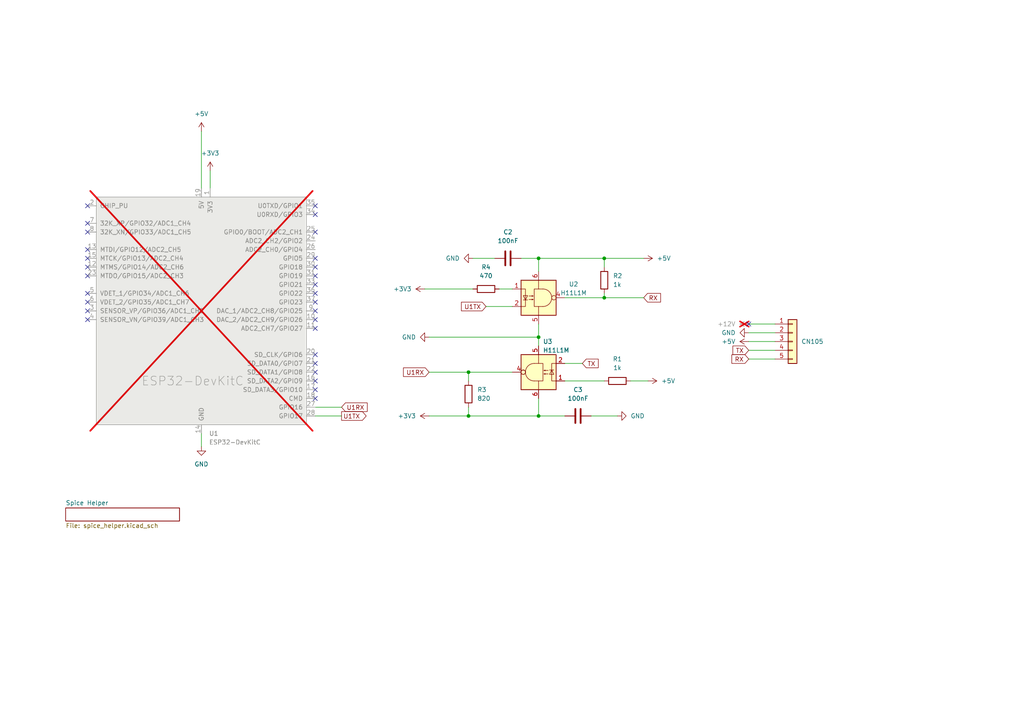
<source format=kicad_sch>
(kicad_sch (version 20230121) (generator eeschema)
  (paper "A4")
  (title_block (title "MEL CN105 Adapter") (date "24.12.2023"))
  (lib_symbols
    (symbol "Connector_Generic:Conn_01x05" (pin_names (offset 1.016) hide)
      (property "Reference" "J" (at 0 7.62 0))
      (property "Value" "Conn_01x05" (at 0 -7.62 0))
      (symbol "Conn_01x05_1_1"
        (rectangle (start -1.27 -4.953) (end 0 -5.207) (stroke (width 0.1524)))
        (rectangle (start -1.27 -2.413) (end 0 -2.667) (stroke (width 0.1524)))
        (rectangle (start -1.27 0.127) (end 0 -0.127) (stroke (width 0.1524)))
        (rectangle (start -1.27 2.667) (end 0 2.413) (stroke (width 0.1524)))
        (rectangle (start -1.27 5.207) (end 0 4.953) (stroke (width 0.1524)))
        (rectangle (start -1.27 6.35) (end 1.27 -6.35) (stroke (width 0.254)) (fill (type background)))
        (pin passive line (at -5.08 5.08 0) (length 3.81) (name "Pin_1") (number "1"))
        (pin passive line (at -5.08 2.54 0) (length 3.81) (name "Pin_2") (number "2"))
        (pin passive line (at -5.08 0 0) (length 3.81) (name "Pin_3") (number "3"))
        (pin passive line (at -5.08 -2.54 0) (length 3.81) (name "Pin_4") (number "4"))
        (pin passive line (at -5.08 -5.08 0) (length 3.81) (name "Pin_5") (number "5"))
      )
    )
    (symbol "Device:C" (pin_numbers hide) (pin_names (offset 0.254))
      (property "Reference" "C" (at 0.635 2.54 0))
      (property "Value" "C" (at 0.635 -2.54 0))
      (symbol "C_0_1"
        (polyline (pts (xy -2.032 -0.762) (xy 2.032 -0.762)) (stroke (width 0.508)))
        (polyline (pts (xy -2.032 0.762) (xy 2.032 0.762)) (stroke (width 0.508)))
      )
      (symbol "C_1_1"
        (pin passive line (at 0 3.81 270) (length 2.794) (name "~") (number "1"))
        (pin passive line (at 0 -3.81 90) (length 2.794) (name "~") (number "2"))
      )
    )
    (symbol "Device:R" (pin_numbers hide) (pin_names (offset 0))
      (property "Reference" "R" (at 2.032 0 90))
      (property "Value" "R" (at 0 0 90))
      (symbol "R_0_1"
        (rectangle (start -1.016 -2.54) (end 1.016 2.54) (stroke (width 0.254)))
      )
      (symbol "R_1_1"
        (pin passive line (at 0 3.81 270) (length 1.27) (name "~") (number "1"))
        (pin passive line (at 0 -3.81 90) (length 1.27) (name "~") (number "2"))
      )
    )
    (symbol "Isolator:H11L1" (pin_names (offset 1.016))
      (property "Reference" "U" (at 1.27 8.89 0))
      (property "Value" "H11L1" (at 1.27 6.35 0))
      (symbol "H11L1_0_1"
        (rectangle (start -5.08 5.08) (end 5.08 -5.08) (stroke (width 0.254)) (fill (type background)))
        (polyline (pts (xy -4.445 -0.635) (xy -3.175 -0.635)))
        (polyline (pts (xy 0 2.54) (xy 0 5.08)))
        (polyline (pts (xy 0 -2.54) (xy 0 -5.08) (xy 0 -3.81)))
        (polyline (pts (xy -5.08 -2.54) (xy -3.81 -2.54) (xy -3.81 2.54) (xy -5.08 2.54)))
        (polyline (pts (xy -3.81 -0.635) (xy -4.445 0.635) (xy -3.175 0.635) (xy -3.81 -0.635)))
        (polyline (pts (xy 1.27 -2.54) (xy -1.27 -2.54) (xy -1.27 2.54) (xy 1.27 2.54)))
        (polyline (pts (xy -2.794 -0.508) (xy -1.524 -0.508) (xy -1.905 -0.635) (xy -1.905 -0.381) (xy -1.524 -0.508)))
        (polyline (pts (xy -2.794 0.508) (xy -1.524 0.508) (xy -1.905 0.381) (xy -1.905 0.635) (xy -1.524 0.508)))
        (arc (start 1.27 -2.54) (mid 3.799 0) (end 1.27 2.54))
      )
      (symbol "H11L1_1_1"
        (pin passive line (at -7.62 2.54 0) (length 2.54) (name "~") (number "1"))
        (pin passive line (at -7.62 -2.54 0) (length 2.54) (name "~") (number "2"))
        (pin no_connect line (at -5.08 0 0) (length 2.54) hide (name "~") (number "3"))
        (pin output inverted (at 7.62 0 180) (length 3.81) (name "~") (number "4"))
        (pin power_in line (at 0 -7.62 90) (length 2.54) (name "~") (number "5"))
        (pin power_in line (at 0 7.62 270) (length 2.54) (name "~") (number "6"))
      )
    )
    (symbol "PCM_Espressif:ESP32-DevKitC" (pin_names (offset 1.016))
      (property "Reference" "U" (at -30.48 38.1 0))
      (property "Value" "ESP32-DevKitC" (at -30.48 35.56 0))
      (symbol "ESP32-DevKitC_0_0"
        (text "ESP32-DevKitC" (at -2.54 -20.32 0) (effects (font (size 2.54 2.54))))
        (pin power_in line (at 0 -35.56 90) (length 2.54) (name "GND") (number "14"))
        (pin power_in line (at 0 35.56 270) (length 2.54) (name "5V") (number "19"))
      )
      (symbol "ESP32-DevKitC_0_1"
        (rectangle (start -30.48 33.02) (end 30.48 -33.02) (fill (type background)))
      )
      (symbol "ESP32-DevKitC_1_1"
        (pin power_in line (at 2.54 35.56 270) (length 2.54) (name "3V3") (number "1"))
        (pin bidirectional line (at 33.02 -2.54 180) (length 2.54) (name "DAC_2/ADC2_CH9/GPIO26") (number "10"))
        (pin bidirectional line (at 33.02 -5.08 180) (length 2.54) (name "ADC2_CH7/GPIO27") (number "11"))
        (pin bidirectional line (at -33.02 12.7 0) (length 2.54) (name "MTMS/GPIO14/ADC2_CH6") (number "12"))
        (pin bidirectional line (at -33.02 17.78 0) (length 2.54) (name "MTDI/GPIO12/ADC2_CH5") (number "13"))
        (pin bidirectional line (at -33.02 15.24 0) (length 2.54) (name "MTCK/GPIO13/ADC2_CH4") (number "15"))
        (pin bidirectional line (at 33.02 -20.32 180) (length 2.54) (name "SD_DATA2/GPIO9") (number "16"))
        (pin bidirectional line (at 33.02 -22.86 180) (length 2.54) (name "SD_DATA3/GPIO10") (number "17"))
        (pin bidirectional line (at 33.02 -25.4 180) (length 2.54) (name "CMD") (number "18"))
        (pin input line (at -33.02 30.48 0) (length 2.54) (name "CHIP_PU") (number "2"))
        (pin bidirectional line (at 33.02 -12.7 180) (length 2.54) (name "SD_CLK/GPIO6") (number "20"))
        (pin bidirectional line (at 33.02 -15.24 180) (length 2.54) (name "SD_DATA0/GPIO7") (number "21"))
        (pin bidirectional line (at 33.02 -17.78 180) (length 2.54) (name "SD_DATA1/GPIO8") (number "22"))
        (pin bidirectional line (at -33.02 10.16 0) (length 2.54) (name "MTDO/GPIO15/ADC2_CH3") (number "23"))
        (pin bidirectional line (at 33.02 20.32 180) (length 2.54) (name "ADC2_CH2/GPIO2") (number "24"))
        (pin bidirectional line (at 33.02 22.86 180) (length 2.54) (name "GPIO0/BOOT/ADC2_CH1") (number "25"))
        (pin bidirectional line (at 33.02 17.78 180) (length 2.54) (name "ADC2_CH0/GPIO4") (number "26"))
        (pin bidirectional line (at 33.02 -27.94 180) (length 2.54) (name "GPIO16") (number "27"))
        (pin bidirectional line (at 33.02 -30.48 180) (length 2.54) (name "GPIO17") (number "28"))
        (pin bidirectional line (at 33.02 15.24 180) (length 2.54) (name "GPIO5") (number "29"))
        (pin input line (at -33.02 0 0) (length 2.54) (name "SENSOR_VP/GPIO36/ADC1_CH0") (number "3"))
        (pin bidirectional line (at 33.02 12.7 180) (length 2.54) (name "GPIO18") (number "30"))
        (pin bidirectional line (at 33.02 10.16 180) (length 2.54) (name "GPIO19") (number "31"))
        (pin passive line (at 0 -35.56 90) (length 2.54) hide (name "GND") (number "32"))
        (pin bidirectional line (at 33.02 7.62 180) (length 2.54) (name "GPIO21") (number "33"))
        (pin bidirectional line (at 33.02 27.94 180) (length 2.54) (name "U0RXD/GPIO3") (number "34"))
        (pin bidirectional line (at 33.02 30.48 180) (length 2.54) (name "U0TXD/GPIO1") (number "35"))
        (pin bidirectional line (at 33.02 5.08 180) (length 2.54) (name "GPIO22") (number "36"))
        (pin bidirectional line (at 33.02 2.54 180) (length 2.54) (name "GPIO23") (number "37"))
        (pin passive line (at 0 -35.56 90) (length 2.54) hide (name "GND") (number "38"))
        (pin input line (at -33.02 -2.54 0) (length 2.54) (name "SENSOR_VN/GPIO39/ADC1_CH3") (number "4"))
        (pin input line (at -33.02 5.08 0) (length 2.54) (name "VDET_1/GPIO34/ADC1_CH6") (number "5"))
        (pin input line (at -33.02 2.54 0) (length 2.54) (name "VDET_2/GPIO35/ADC1_CH7") (number "6"))
        (pin bidirectional line (at -33.02 25.4 0) (length 2.54) (name "32K_XP/GPIO32/ADC1_CH4") (number "7"))
        (pin bidirectional line (at -33.02 22.86 0) (length 2.54) (name "32K_XN/GPIO33/ADC1_CH5") (number "8"))
        (pin bidirectional line (at 33.02 0 180) (length 2.54) (name "DAC_1/ADC2_CH8/GPIO25") (number "9"))
      )
    )
    (symbol "power:+12V" (power) (pin_names (offset 0))
      (property "Value" "+12V" (at 0 3.556 0))
      (symbol "+12V_0_1"
        (polyline (pts (xy -0.762 1.27) (xy 0 2.54)))
        (polyline (pts (xy 0 0) (xy 0 2.54)))
        (polyline (pts (xy 0 2.54) (xy 0.762 1.27)))
      )
      (symbol "+12V_1_1"
        (pin power_in line (at 0 0 90) (length 0) hide (name "+12V") (number "1"))
      )
    )
    (symbol "power:+3V3" (power) (pin_names (offset 0))
      (property "Value" "+3V3" (at 0 3.556 0))
      (symbol "+3V3_0_1"
        (polyline (pts (xy -0.762 1.27) (xy 0 2.54)))
        (polyline (pts (xy 0 0) (xy 0 2.54)))
        (polyline (pts (xy 0 2.54) (xy 0.762 1.27)))
      )
      (symbol "+3V3_1_1"
        (pin power_in line (at 0 0 90) (length 0) hide (name "+3V3") (number "1"))
      )
    )
    (symbol "power:+5V" (power) (pin_names (offset 0))
      (property "Value" "+5V" (at 0 3.556 0))
      (symbol "+5V_0_1"
        (polyline (pts (xy -0.762 1.27) (xy 0 2.54)))
        (polyline (pts (xy 0 0) (xy 0 2.54)))
        (polyline (pts (xy 0 2.54) (xy 0.762 1.27)))
      )
      (symbol "+5V_1_1"
        (pin power_in line (at 0 0 90) (length 0) hide (name "+5V") (number "1"))
      )
    )
    (symbol "power:GND" (power) (pin_names (offset 0))
      (property "Value" "GND" (at 0 -3.81 0))
      (symbol "GND_0_1"
        (polyline (pts (xy 0 0) (xy 0 -1.27) (xy 1.27 -1.27) (xy 0 -2.54) (xy -1.27 -1.27) (xy 0 -1.27)))
      )
      (symbol "GND_1_1"
        (pin power_in line (at 0 0 270) (length 0) hide (name "GND") (number "1"))
      )
    )
  )
  (junction (at 175.26 86.36))
  (junction (at 175.26 74.93))
  (junction (at 156.21 97.79))
  (junction (at 135.89 107.95))
  (junction (at 156.21 120.65))
  (junction (at 135.89 120.65))
  (junction (at 156.21 74.93))
  (no_connect (at 217.17 93.98))
  (no_connect (at 25.4 72.39))
  (no_connect (at 91.44 115.57))
  (no_connect (at 91.44 77.47))
  (no_connect (at 25.4 59.69))
  (no_connect (at 25.4 87.63))
  (no_connect (at 91.44 87.63))
  (no_connect (at 91.44 110.49))
  (no_connect (at 91.44 67.31))
  (no_connect (at 91.44 85.09))
  (no_connect (at 91.44 62.23))
  (no_connect (at 25.4 77.47))
  (no_connect (at 91.44 107.95))
  (no_connect (at 25.4 74.93))
  (no_connect (at 25.4 85.09))
  (no_connect (at 91.44 105.41))
  (no_connect (at 91.44 74.93))
  (no_connect (at 25.4 90.17))
  (no_connect (at 25.4 64.77))
  (no_connect (at 91.44 82.55))
  (no_connect (at 91.44 90.17))
  (no_connect (at 25.4 92.71))
  (no_connect (at 91.44 113.03))
  (no_connect (at 91.44 80.01))
  (no_connect (at 91.44 95.25))
  (no_connect (at 91.44 102.87))
  (no_connect (at 91.44 92.71))
  (no_connect (at 91.44 59.69))
  (no_connect (at 25.4 67.31))
  (no_connect (at 25.4 80.01))
  (wire (pts (xy 156.21 97.79) (xy 156.21 93.98)))
  (wire (pts (xy 124.46 120.65) (xy 135.89 120.65)))
  (wire (pts (xy 135.89 120.65) (xy 135.89 118.11)))
  (wire (pts (xy 217.17 93.98) (xy 224.79 93.98)))
  (wire (pts (xy 144.78 83.82) (xy 148.59 83.82)))
  (wire (pts (xy 163.83 86.36) (xy 175.26 86.36)))
  (wire (pts (xy 163.83 105.41) (xy 168.91 105.41)))
  (wire (pts (xy 124.46 97.79) (xy 156.21 97.79)))
  (wire (pts (xy 140.97 88.9) (xy 148.59 88.9)))
  (wire (pts (xy 58.42 125.73) (xy 58.42 129.54)))
  (wire (pts (xy 91.44 118.11) (xy 99.06 118.11)))
  (wire (pts (xy 156.21 115.57) (xy 156.21 120.65)))
  (wire (pts (xy 156.21 100.33) (xy 156.21 97.79)))
  (wire (pts (xy 135.89 107.95) (xy 148.59 107.95)))
  (wire (pts (xy 217.17 104.14) (xy 224.79 104.14)))
  (wire (pts (xy 175.26 86.36) (xy 186.69 86.36)))
  (wire (pts (xy 175.26 74.93) (xy 186.69 74.93)))
  (wire (pts (xy 163.83 110.49) (xy 175.26 110.49)))
  (wire (pts (xy 135.89 120.65) (xy 156.21 120.65)))
  (wire (pts (xy 91.44 120.65) (xy 99.06 120.65)))
  (wire (pts (xy 156.21 120.65) (xy 163.83 120.65)))
  (wire (pts (xy 175.26 74.93) (xy 175.26 77.47)))
  (wire (pts (xy 124.46 107.95) (xy 135.89 107.95)))
  (wire (pts (xy 217.17 101.6) (xy 224.79 101.6)))
  (wire (pts (xy 217.17 99.06) (xy 224.79 99.06)))
  (wire (pts (xy 137.16 74.93) (xy 143.51 74.93)))
  (wire (pts (xy 156.21 74.93) (xy 156.21 78.74)))
  (wire (pts (xy 217.17 96.52) (xy 224.79 96.52)))
  (wire (pts (xy 182.88 110.49) (xy 187.96 110.49)))
  (wire (pts (xy 156.21 74.93) (xy 175.26 74.93)))
  (wire (pts (xy 58.42 38.1) (xy 58.42 54.61)))
  (wire (pts (xy 123.19 83.82) (xy 137.16 83.82)))
  (wire (pts (xy 171.45 120.65) (xy 179.07 120.65)))
  (wire (pts (xy 60.96 49.53) (xy 60.96 54.61)))
  (wire (pts (xy 151.13 74.93) (xy 156.21 74.93)))
  (wire (pts (xy 175.26 85.09) (xy 175.26 86.36)))
  (wire (pts (xy 135.89 107.95) (xy 135.89 110.49)))
  (global_label "RX" (shape input) (at 217.17 104.14 180) (property "Intersheetrefs" "${INTERSHEET_REFS}" (effects hide)))
  (global_label "RX" (shape input) (at 186.69 86.36 0) (property "Intersheetrefs" "${INTERSHEET_REFS}" (effects hide)))
  (global_label "TX" (shape input) (at 217.17 101.6 180) (property "Intersheetrefs" "${INTERSHEET_REFS}" (effects hide)))
  (global_label "U1RX" (shape input) (at 124.46 107.95 180) (property "Intersheetrefs" "${INTERSHEET_REFS}" (effects hide)))
  (global_label "U1TX" (shape input) (at 140.97 88.9 180) (property "Intersheetrefs" "${INTERSHEET_REFS}" (effects hide)))
  (global_label "U1RX" (shape input) (at 99.06 118.11 0) (property "Intersheetrefs" "${INTERSHEET_REFS}" (effects hide)))
  (global_label "U1TX" (shape output) (at 99.06 120.65 0) (property "Intersheetrefs" "${INTERSHEET_REFS}" (effects hide)))
  (global_label "TX" (shape input) (at 168.91 105.41 0) (property "Intersheetrefs" "${INTERSHEET_REFS}" (effects hide)))
  (symbol (lib_id "Device:C") (at 167.64 120.65 90) (unit 1)
    (property "Reference" "C3" (at 167.64 113.03 90))
    (property "Value" "100nF" (at 167.64 115.57 90))
    (property "Footprint" "Capacitor_SMD:C_0603_1608Metric_Pad1.08x0.95mm_HandSolder" (effects hide))
    (property "JLC" "C14663" (effects hide))
  )
  (symbol (lib_id "PCM_Espressif:ESP32-DevKitC") (at 58.42 90.17 0) (unit 1) (in_bom no) (dnp yes)
    (property "Reference" "U1" (at 60.6141 125.73 0) (effects (justify left)))
    (property "Value" "ESP32-DevKitC" (at 60.6141 128.27 0) (effects (justify left)))
    (property "Footprint" "Custom_PCM_Espressif:ESP32-DevKitC (no overhang)" (effects hide))
    (property "Datasheet" "https://docs.espressif.com/projects/esp-idf/zh_CN/latest/esp32/hw-reference/esp32/get-started-devkitc.html" (effects hide))
    (property "Sim.Enable" "0" (effects hide))
  )
  (symbol (lib_id "Isolator:H11L1") (at 156.21 107.95 180) (unit 1)
    (property "Reference" "U3" (at 157.48 99.06 0) (effects (justify right)))
    (property "Value" "H11L1M" (at 157.48 101.6 0) (effects (justify right)))
    (property "Footprint" "Package_DIP:DIP-6_W8.89mm_SMDSocket_LongPads" (effects hide))
    (property "Datasheet" "https://www.onsemi.com/pub/Collateral/H11L3M-D.PDF" (effects hide))
    (property "JLC" "C20082" (effects hide))
    (property "Sim.Library" "KiCad-Spice-Library/Models/uncategorized/spice_complete/OPTO.LIB" (effects hide))
    (property "Sim.Name" "H11L1" (effects hide))
    (property "Sim.Device" "SUBCKT" (effects hide))
    (property "Sim.Pins" "1=3 2=17 4=4 5=18 6=16" (effects hide))
  )
  (symbol (lib_id "power:GND") (at 124.46 97.79 270) (unit 1)
    (property "Reference" "#PWR09" (effects hide))
    (property "Value" "GND" (at 120.65 97.79 90) (effects (justify right)))
  )
  (symbol (lib_id "Isolator:H11L1") (at 156.21 86.36 0) (unit 1)
    (property "Reference" "U2" (at 166.37 82.4231 0))
    (property "Value" "H11L1M" (at 166.37 84.9631 0))
    (property "Footprint" "Package_DIP:DIP-6_W8.89mm_SMDSocket_LongPads" (effects hide))
    (property "Datasheet" "https://www.onsemi.com/pub/Collateral/H11L3M-D.PDF" (effects hide))
    (property "JLC" "C20082" (effects hide))
    (property "Sim.Library" "KiCad-Spice-Library/Models/uncategorized/spice_complete/OPTO.LIB" (effects hide))
    (property "Sim.Name" "H11L1" (effects hide))
    (property "Sim.Device" "SUBCKT" (effects hide))
    (property "Sim.Pins" "1=3 2=17 4=4 5=18 6=16" (effects hide))
  )
  (symbol (lib_id "power:+3V3") (at 124.46 120.65 90) (unit 1)
    (property "Reference" "#PWR017" (effects hide))
    (property "Value" "+3V3" (at 120.65 120.65 90) (effects (justify left)))
  )
  (symbol (lib_id "Device:R") (at 179.07 110.49 90) (unit 1)
    (property "Reference" "R1" (at 179.07 104.14 90))
    (property "Value" "1k" (at 179.07 106.68 90))
    (property "Footprint" "Resistor_SMD:R_0603_1608Metric_Pad0.98x0.95mm_HandSolder" (effects hide))
    (property "JLC" "C23179" (effects hide))
  )
  (symbol (lib_id "Device:C") (at 147.32 74.93 90) (unit 1)
    (property "Reference" "C2" (at 147.32 67.31 90))
    (property "Value" "100nF" (at 147.32 69.85 90))
    (property "Footprint" "Capacitor_SMD:C_0603_1608Metric_Pad1.08x0.95mm_HandSolder" (effects hide))
    (property "JLC" "C14663" (effects hide))
  )
  (symbol (lib_id "power:GND") (at 137.16 74.93 270) (unit 1)
    (property "Reference" "#PWR08" (effects hide))
    (property "Value" "GND" (at 133.35 74.93 90) (effects (justify right)))
  )
  (symbol (lib_id "power:+3V3") (at 123.19 83.82 90) (unit 1)
    (property "Reference" "#PWR016" (effects hide))
    (property "Value" "+3V3" (at 119.38 83.82 90) (effects (justify left)))
  )
  (symbol (lib_id "power:GND") (at 179.07 120.65 90) (unit 1)
    (property "Reference" "#PWR07" (effects hide))
    (property "Value" "GND" (at 182.88 120.65 90) (effects (justify right)))
  )
  (symbol (lib_id "Device:R") (at 175.26 81.28 0) (unit 1)
    (property "Reference" "R2" (at 177.8 80.01 0) (effects (justify left)))
    (property "Value" "1k" (at 177.8 82.55 0) (effects (justify left)))
    (property "Footprint" "Resistor_SMD:R_0603_1608Metric_Pad0.98x0.95mm_HandSolder" (effects hide))
    (property "JLC" "C22966" (effects hide))
  )
  (symbol (lib_id "power:+5V") (at 187.96 110.49 270) (unit 1)
    (property "Reference" "#PWR011" (effects hide))
    (property "Value" "+5V" (at 191.77 110.49 90) (effects (justify left)))
  )
  (symbol (lib_id "power:GND") (at 58.42 129.54 0) (unit 1)
    (property "Reference" "#PWR010" (effects hide))
    (property "Value" "GND" (at 58.42 134.62 0))
    (property "Sim.Enable" "0" (effects hide))
  )
  (symbol (lib_id "power:GND") (at 217.17 96.52 270) (unit 1)
    (property "Reference" "#PWR06" (effects hide))
    (property "Value" "GND" (at 213.36 96.52 90) (effects (justify right)))
    (property "Sim.Enable" "0" (effects hide))
  )
  (symbol (lib_id "Connector_Generic:Conn_01x05") (at 229.87 99.06 0) (unit 1)
    (property "Reference" "CN105" (at 232.41 99.06 0) (effects (justify left)))
    (property "Footprint" "Custom_Connector_JST_PA:JST_PA_SM05B-PASS_1x5_P2.00mm_Horizontal" (effects hide))
    (property "JLC" "C379014" (effects hide))
    (property "Sim.Enable" "0" (effects hide))
  )
  (symbol (lib_id "power:+5V") (at 217.17 99.06 90) (unit 1)
    (property "Reference" "#PWR03" (effects hide))
    (property "Value" "+5V" (at 213.36 99.06 90) (effects (justify left)))
    (property "Sim.Enable" "0" (effects hide))
  )
  (symbol (lib_id "power:+5V") (at 186.69 74.93 270) (unit 1)
    (property "Reference" "#PWR012" (effects hide))
    (property "Value" "+5V" (at 190.5 74.93 90) (effects (justify left)))
  )
  (symbol (lib_id "Device:R") (at 135.89 114.3 180) (unit 1)
    (property "Reference" "R3" (at 138.43 113.03 0) (effects (justify right)))
    (property "Value" "820" (at 138.43 115.57 0) (effects (justify right)))
    (property "Footprint" "Resistor_SMD:R_0603_1608Metric_Pad0.98x0.95mm_HandSolder" (effects hide))
    (property "JLC" "C22966" (effects hide))
    (property "Sim.Device" "R" (effects hide))
    (property "Sim.Pins" "1=+ 2=-" (effects hide))
  )
  (symbol (lib_id "Device:R") (at 140.97 83.82 90) (unit 1)
    (property "Reference" "R4" (at 140.97 77.47 90))
    (property "Value" "470" (at 140.97 80.01 90))
    (property "Footprint" "Resistor_SMD:R_0603_1608Metric_Pad0.98x0.95mm_HandSolder" (effects hide))
    (property "JLC" "C23179" (effects hide))
  )
  (symbol (lib_id "power:+5V") (at 58.42 38.1 0) (unit 1)
    (property "Reference" "#PWR013" (effects hide))
    (property "Value" "+5V" (at 58.42 33.02 0))
    (property "Sim.Enable" "0" (effects hide))
  )
  (symbol (lib_id "power:+3V3") (at 60.96 49.53 0) (unit 1)
    (property "Reference" "#PWR015" (effects hide))
    (property "Value" "+3V3" (at 60.96 44.45 0))
    (property "Sim.Enable" "0" (effects hide))
  )
  (symbol (lib_id "power:+12V") (at 217.17 93.98 90) (unit 1) (in_bom no) (on_board no) (dnp yes)
    (property "Reference" "#PWR019" (effects hide))
    (property "Value" "+12V" (at 213.36 93.98 90) (effects (justify left)))
    (property "Sim.Enable" "0" (effects hide))
  )
  (sheet (at 19.05 147.32) (size 33.02 3.81) (stroke (width 0.1524))
    (property "Sheetname" "Spice Helper" (at 19.05 146.6084 0) (effects (justify left bottom)))
    (property "Sheetfile" "spice_helper.kicad_sch" (at 19.05 151.7146 0) (effects (justify left top)))
  )
)
</source>
